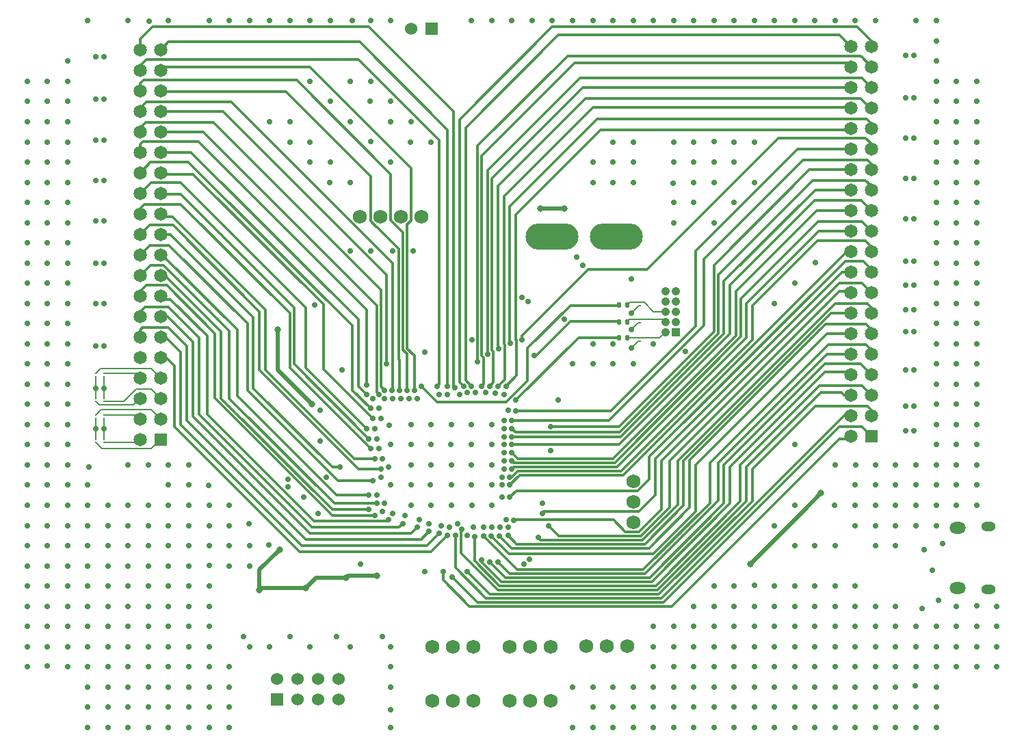
<source format=gbr>
%TF.GenerationSoftware,KiCad,Pcbnew,8.0.8*%
%TF.CreationDate,2025-03-20T13:14:25-05:00*%
%TF.ProjectId,ControllerPCB,436f6e74-726f-46c6-9c65-725043422e6b,rev?*%
%TF.SameCoordinates,Original*%
%TF.FileFunction,Copper,L4,Bot*%
%TF.FilePolarity,Positive*%
%FSLAX46Y46*%
G04 Gerber Fmt 4.6, Leading zero omitted, Abs format (unit mm)*
G04 Created by KiCad (PCBNEW 8.0.8) date 2025-03-20 13:14:25*
%MOMM*%
%LPD*%
G01*
G04 APERTURE LIST*
G04 Aperture macros list*
%AMRoundRect*
0 Rectangle with rounded corners*
0 $1 Rounding radius*
0 $2 $3 $4 $5 $6 $7 $8 $9 X,Y pos of 4 corners*
0 Add a 4 corners polygon primitive as box body*
4,1,4,$2,$3,$4,$5,$6,$7,$8,$9,$2,$3,0*
0 Add four circle primitives for the rounded corners*
1,1,$1+$1,$2,$3*
1,1,$1+$1,$4,$5*
1,1,$1+$1,$6,$7*
1,1,$1+$1,$8,$9*
0 Add four rect primitives between the rounded corners*
20,1,$1+$1,$2,$3,$4,$5,0*
20,1,$1+$1,$4,$5,$6,$7,0*
20,1,$1+$1,$6,$7,$8,$9,0*
20,1,$1+$1,$8,$9,$2,$3,0*%
G04 Aperture macros list end*
%TA.AperFunction,ComponentPad*%
%ADD10R,1.060000X1.060000*%
%TD*%
%TA.AperFunction,ComponentPad*%
%ADD11C,1.060000*%
%TD*%
%TA.AperFunction,SMDPad,CuDef*%
%ADD12R,0.280000X0.200000*%
%TD*%
%TA.AperFunction,ComponentPad*%
%ADD13O,6.540000X3.270000*%
%TD*%
%TA.AperFunction,SMDPad,CuDef*%
%ADD14RoundRect,0.135000X-0.135000X-0.185000X0.135000X-0.185000X0.135000X0.185000X-0.135000X0.185000X0*%
%TD*%
%TA.AperFunction,ComponentPad*%
%ADD15R,1.530000X1.530000*%
%TD*%
%TA.AperFunction,ComponentPad*%
%ADD16C,1.530000*%
%TD*%
%TA.AperFunction,ComponentPad*%
%ADD17R,1.650000X1.650000*%
%TD*%
%TA.AperFunction,ComponentPad*%
%ADD18C,1.650000*%
%TD*%
%TA.AperFunction,ComponentPad*%
%ADD19C,1.752600*%
%TD*%
%TA.AperFunction,HeatsinkPad*%
%ADD20O,1.800000X1.150000*%
%TD*%
%TA.AperFunction,HeatsinkPad*%
%ADD21O,2.000000X1.450000*%
%TD*%
%TA.AperFunction,ViaPad*%
%ADD22C,0.700000*%
%TD*%
%TA.AperFunction,ViaPad*%
%ADD23C,0.800000*%
%TD*%
%TA.AperFunction,Conductor*%
%ADD24C,0.300000*%
%TD*%
%TA.AperFunction,Conductor*%
%ADD25C,0.500000*%
%TD*%
%TA.AperFunction,Conductor*%
%ADD26C,0.200000*%
%TD*%
G04 APERTURE END LIST*
D10*
%TO.P,J108,01,01*%
%TO.N,+3.3V*%
X165250000Y-98540000D03*
D11*
%TO.P,J108,02,02*%
%TO.N,/CONN_SWDIO*%
X163980000Y-98540000D03*
%TO.P,J108,03,03*%
%TO.N,GND*%
X165250000Y-97270000D03*
%TO.P,J108,04,04*%
%TO.N,/CONN_SWCLK*%
X163980000Y-97270000D03*
%TO.P,J108,05,05*%
%TO.N,GND*%
X165250000Y-96000000D03*
%TO.P,J108,06,06*%
%TO.N,/CONN_SWO*%
X163980000Y-96000000D03*
%TO.P,J108,07,07*%
%TO.N,unconnected-(J108-Pad07)*%
X165250000Y-94730000D03*
%TO.P,J108,08,08*%
%TO.N,unconnected-(J108-Pad08)*%
X163980000Y-94730000D03*
%TO.P,J108,09,09*%
%TO.N,GND*%
X165250000Y-93460000D03*
%TO.P,J108,10,10*%
%TO.N,/CONN_NRST*%
X163980000Y-93460000D03*
%TD*%
D12*
%TO.P,D516,1,A1*%
%TO.N,GND*%
X94500000Y-106750000D03*
%TO.P,D516,2,A2*%
%TO.N,input_5*%
X94500000Y-107150000D03*
%TD*%
D13*
%TO.P,J202,2,2*%
%TO.N,GND*%
X157900000Y-86755000D03*
%TO.P,J202,1,1*%
%TO.N,/Power/9V+*%
X150000000Y-86755000D03*
%TD*%
D12*
%TO.P,D519,1,A1*%
%TO.N,GND*%
X94500000Y-111850000D03*
%TO.P,D519,2,A2*%
%TO.N,input_2*%
X94500000Y-112250000D03*
%TD*%
%TO.P,D514,1,A1*%
%TO.N,GND*%
X93500000Y-104100000D03*
%TO.P,D514,2,A2*%
%TO.N,input_7*%
X93500000Y-103700000D03*
%TD*%
D14*
%TO.P,R105,1*%
%TO.N,SWDCLK*%
X158215001Y-97268300D03*
%TO.P,R105,2*%
%TO.N,/CONN_SWCLK*%
X159235001Y-97268300D03*
%TD*%
D15*
%TO.P,J201,1,Pin_1*%
%TO.N,/Power/9V+*%
X135020000Y-61000000D03*
D16*
%TO.P,J201,2,Pin_2*%
%TO.N,GND*%
X132480000Y-61000000D03*
%TD*%
D17*
%TO.P,J501,1,Pin_1*%
%TO.N,input_41*%
X189500000Y-111440000D03*
D18*
%TO.P,J501,2,Pin_2*%
%TO.N,input_42*%
X186960000Y-111440000D03*
%TO.P,J501,3,Pin_3*%
%TO.N,input_43*%
X189500000Y-108900000D03*
%TO.P,J501,4,Pin_4*%
%TO.N,input_44*%
X186960000Y-108900000D03*
%TO.P,J501,5,Pin_5*%
%TO.N,input_45*%
X189500000Y-106360000D03*
%TO.P,J501,6,Pin_6*%
%TO.N,input_46*%
X186960000Y-106360000D03*
%TO.P,J501,7,Pin_7*%
%TO.N,input_47*%
X189500000Y-103820000D03*
%TO.P,J501,8,Pin_8*%
%TO.N,input_48*%
X186960000Y-103820000D03*
%TO.P,J501,9,Pin_9*%
%TO.N,input_49*%
X189500000Y-101280000D03*
%TO.P,J501,10,Pin_10*%
%TO.N,input_50*%
X186960000Y-101280000D03*
%TO.P,J501,11,Pin_11*%
%TO.N,input_51*%
X189500000Y-98740000D03*
%TO.P,J501,12,Pin_12*%
%TO.N,input_52*%
X186960000Y-98740000D03*
%TO.P,J501,13,Pin_13*%
%TO.N,input_53*%
X189500000Y-96200000D03*
%TO.P,J501,14,Pin_14*%
%TO.N,input_54*%
X186960000Y-96200000D03*
%TO.P,J501,15,Pin_15*%
%TO.N,input_55*%
X189500000Y-93660000D03*
%TO.P,J501,16,Pin_16*%
%TO.N,input_56*%
X186960000Y-93660000D03*
%TO.P,J501,17,Pin_17*%
%TO.N,input_57*%
X189500000Y-91120000D03*
%TO.P,J501,18,Pin_18*%
%TO.N,input_58*%
X186960000Y-91120000D03*
%TO.P,J501,19,Pin_19*%
%TO.N,input_59*%
X189500000Y-88580000D03*
%TO.P,J501,20,Pin_20*%
%TO.N,input_60*%
X186960000Y-88580000D03*
%TO.P,J501,21,Pin_21*%
%TO.N,input_61*%
X189500000Y-86040000D03*
%TO.P,J501,22,Pin_22*%
%TO.N,input_62*%
X186960000Y-86040000D03*
%TO.P,J501,23,Pin_23*%
%TO.N,input_63*%
X189500000Y-83500000D03*
%TO.P,J501,24,Pin_24*%
%TO.N,input_64*%
X186960000Y-83500000D03*
%TO.P,J501,25,Pin_25*%
%TO.N,input_65*%
X189500000Y-80960000D03*
%TO.P,J501,26,Pin_26*%
%TO.N,input_66*%
X186960000Y-80960000D03*
%TO.P,J501,27,Pin_27*%
%TO.N,input_67*%
X189500000Y-78420000D03*
%TO.P,J501,28,Pin_28*%
%TO.N,input_68*%
X186960000Y-78420000D03*
%TO.P,J501,29,Pin_29*%
%TO.N,input_69*%
X189500000Y-75880000D03*
%TO.P,J501,30,Pin_30*%
%TO.N,input_70*%
X186960000Y-75880000D03*
%TO.P,J501,31,Pin_31*%
%TO.N,input_71*%
X189500000Y-73340000D03*
%TO.P,J501,32,Pin_32*%
%TO.N,input_72*%
X186960000Y-73340000D03*
%TO.P,J501,33,Pin_33*%
%TO.N,input_73*%
X189500000Y-70800000D03*
%TO.P,J501,34,Pin_34*%
%TO.N,input_74*%
X186960000Y-70800000D03*
%TO.P,J501,35,Pin_35*%
%TO.N,input_75*%
X189500000Y-68260000D03*
%TO.P,J501,36,Pin_36*%
%TO.N,input_76*%
X186960000Y-68260000D03*
%TO.P,J501,37,Pin_37*%
%TO.N,input_77*%
X189500000Y-65720000D03*
%TO.P,J501,38,Pin_38*%
%TO.N,input_78*%
X186960000Y-65720000D03*
%TO.P,J501,39,Pin_39*%
%TO.N,input_79*%
X189500000Y-63180000D03*
%TO.P,J501,40,Pin_40*%
%TO.N,input_80*%
X186960000Y-63180000D03*
%TD*%
D14*
%TO.P,R106,1*%
%TO.N,SWO*%
X158215001Y-95230000D03*
%TO.P,R106,2*%
%TO.N,/CONN_SWO*%
X159235001Y-95230000D03*
%TD*%
D12*
%TO.P,D515,1,A1*%
%TO.N,GND*%
X93500000Y-106750000D03*
%TO.P,D515,2,A2*%
%TO.N,input_6*%
X93500000Y-107150000D03*
%TD*%
D19*
%TO.P,J102,1,Pin_1*%
%TO.N,/Conn_String_1*%
X133790000Y-84250000D03*
%TO.P,J102,2,Pin_2*%
%TO.N,/Conn_String_2*%
X131250000Y-84250000D03*
%TO.P,J102,3,Pin_3*%
%TO.N,/Conn_String_3*%
X128710000Y-84250000D03*
%TO.P,J102,4,Pin_4*%
%TO.N,/Conn_String_4*%
X126170000Y-84250000D03*
%TD*%
D14*
%TO.P,R104,1*%
%TO.N,SWDIO*%
X158215001Y-99268300D03*
%TO.P,R104,2*%
%TO.N,/CONN_SWDIO*%
X159235001Y-99268300D03*
%TD*%
D12*
%TO.P,D107,1,A1*%
%TO.N,GND*%
X160875001Y-97400000D03*
%TO.P,D107,2,A2*%
%TO.N,/CONN_SWCLK*%
X160875001Y-97000000D03*
%TD*%
D20*
%TO.P,J107,6,Shield*%
%TO.N,unconnected-(J107-Shield-Pad6)_3*%
X204000000Y-122630000D03*
D21*
%TO.N,unconnected-(J107-Shield-Pad6)_1*%
X200200000Y-122780000D03*
%TO.N,unconnected-(J107-Shield-Pad6)_2*%
X200200000Y-130230000D03*
D20*
%TO.N,unconnected-(J107-Shield-Pad6)*%
X204000000Y-130380000D03*
%TD*%
D19*
%TO.P,J104,1,Pin_1*%
%TO.N,+3.3V*%
X149750000Y-137484399D03*
%TO.P,J104,2,Pin_2*%
%TO.N,ADC_MIDI_Ch*%
X147210000Y-137484399D03*
%TO.P,J104,3,Pin_3*%
%TO.N,GND*%
X144670000Y-137484399D03*
%TD*%
D12*
%TO.P,D517,1,A1*%
%TO.N,GND*%
X94500000Y-109250000D03*
%TO.P,D517,2,A2*%
%TO.N,input_4*%
X94500000Y-108850000D03*
%TD*%
%TO.P,D518,2,A2*%
%TO.N,input_3*%
X93500000Y-108850000D03*
%TO.P,D518,1,A1*%
%TO.N,GND*%
X93500000Y-109250000D03*
%TD*%
D15*
%TO.P,J101,1,Pin_1*%
%TO.N,ADC_String_1*%
X115910000Y-144024399D03*
D16*
%TO.P,J101,2,Pin_2*%
%TO.N,GND*%
X115910000Y-141484399D03*
%TO.P,J101,3,Pin_3*%
%TO.N,ADC_String_2*%
X118450000Y-144024399D03*
%TO.P,J101,4,Pin_4*%
%TO.N,GND*%
X118450000Y-141484399D03*
%TO.P,J101,5,Pin_5*%
%TO.N,ADC_String_3*%
X120990000Y-144024399D03*
%TO.P,J101,6,Pin_6*%
%TO.N,GND*%
X120990000Y-141484399D03*
%TO.P,J101,7,Pin_7*%
%TO.N,ADC_String_4*%
X123530000Y-144024399D03*
%TO.P,J101,8,Pin_8*%
%TO.N,GND*%
X123530000Y-141484399D03*
%TD*%
D19*
%TO.P,J103,1,Pin_1*%
%TO.N,+3.3V*%
X140256600Y-137484399D03*
%TO.P,J103,2,Pin_2*%
%TO.N,ADC_Octave*%
X137716600Y-137484399D03*
%TO.P,J103,3,Pin_3*%
%TO.N,GND*%
X135176600Y-137484399D03*
%TD*%
D12*
%TO.P,D104,1,A1*%
%TO.N,GND*%
X160875001Y-95280000D03*
%TO.P,D104,2,A2*%
%TO.N,/CONN_SWO*%
X160875001Y-94880000D03*
%TD*%
D19*
%TO.P,J105,1,Pin_1*%
%TO.N,+3.3V*%
X140256600Y-144234399D03*
%TO.P,J105,2,Pin_2*%
%TO.N,ADC_Mode*%
X137716600Y-144234399D03*
%TO.P,J105,3,Pin_3*%
%TO.N,GND*%
X135176600Y-144234399D03*
%TD*%
%TO.P,J301,1,Pin_1*%
%TO.N,/MIDI OUT/+3.3V_MIDI_OUT*%
X160000000Y-117000000D03*
%TO.P,J301,2,Pin_2*%
%TO.N,/MIDI OUT/TX_MIDI_OUT*%
X160000000Y-119540000D03*
%TO.P,J301,3,Pin_3*%
%TO.N,GND*%
X160000000Y-122080000D03*
%TD*%
%TO.P,J109,1,Pin_1*%
%TO.N,+3.3V*%
X149750000Y-144250000D03*
%TO.P,J109,2,Pin_2*%
%TO.N,ADC_Bend*%
X147210000Y-144250000D03*
%TO.P,J109,3,Pin_3*%
%TO.N,GND*%
X144670000Y-144250000D03*
%TD*%
D12*
%TO.P,D520,1,A1*%
%TO.N,GND*%
X93500000Y-111850000D03*
%TO.P,D520,2,A2*%
%TO.N,input_1*%
X93500000Y-112250000D03*
%TD*%
D17*
%TO.P,J502,1,Pin_1*%
%TO.N,input_1*%
X101500000Y-111850000D03*
D18*
%TO.P,J502,2,Pin_2*%
%TO.N,input_2*%
X98960000Y-111850000D03*
%TO.P,J502,3,Pin_3*%
%TO.N,input_3*%
X101500000Y-109310000D03*
%TO.P,J502,4,Pin_4*%
%TO.N,input_4*%
X98960000Y-109310000D03*
%TO.P,J502,5,Pin_5*%
%TO.N,input_5*%
X101500000Y-106770000D03*
%TO.P,J502,6,Pin_6*%
%TO.N,input_6*%
X98960000Y-106770000D03*
%TO.P,J502,7,Pin_7*%
%TO.N,input_7*%
X101500000Y-104230000D03*
%TO.P,J502,8,Pin_8*%
%TO.N,input_8*%
X98960000Y-104230000D03*
%TO.P,J502,9,Pin_9*%
%TO.N,input_9*%
X101500000Y-101690000D03*
%TO.P,J502,10,Pin_10*%
%TO.N,input_10*%
X98960000Y-101690000D03*
%TO.P,J502,11,Pin_11*%
%TO.N,input_11*%
X101500000Y-99150000D03*
%TO.P,J502,12,Pin_12*%
%TO.N,input_12*%
X98960000Y-99150000D03*
%TO.P,J502,13,Pin_13*%
%TO.N,input_13*%
X101500000Y-96610000D03*
%TO.P,J502,14,Pin_14*%
%TO.N,input_14*%
X98960000Y-96610000D03*
%TO.P,J502,15,Pin_15*%
%TO.N,input_15*%
X101500000Y-94070000D03*
%TO.P,J502,16,Pin_16*%
%TO.N,input_16*%
X98960000Y-94070000D03*
%TO.P,J502,17,Pin_17*%
%TO.N,input_17*%
X101500000Y-91530000D03*
%TO.P,J502,18,Pin_18*%
%TO.N,input_18*%
X98960000Y-91530000D03*
%TO.P,J502,19,Pin_19*%
%TO.N,input_19*%
X101500000Y-88990000D03*
%TO.P,J502,20,Pin_20*%
%TO.N,input_20*%
X98960000Y-88990000D03*
%TO.P,J502,21,Pin_21*%
%TO.N,input_21*%
X101500000Y-86450000D03*
%TO.P,J502,22,Pin_22*%
%TO.N,input_22*%
X98960000Y-86450000D03*
%TO.P,J502,23,Pin_23*%
%TO.N,input_23*%
X101500000Y-83910000D03*
%TO.P,J502,24,Pin_24*%
%TO.N,input_24*%
X98960000Y-83910000D03*
%TO.P,J502,25,Pin_25*%
%TO.N,input_25*%
X101500000Y-81370000D03*
%TO.P,J502,26,Pin_26*%
%TO.N,input_26*%
X98960000Y-81370000D03*
%TO.P,J502,27,Pin_27*%
%TO.N,input_27*%
X101500000Y-78830000D03*
%TO.P,J502,28,Pin_28*%
%TO.N,input_28*%
X98960000Y-78830000D03*
%TO.P,J502,29,Pin_29*%
%TO.N,input_29*%
X101500000Y-76290000D03*
%TO.P,J502,30,Pin_30*%
%TO.N,input_30*%
X98960000Y-76290000D03*
%TO.P,J502,31,Pin_31*%
%TO.N,input_31*%
X101500000Y-73750000D03*
%TO.P,J502,32,Pin_32*%
%TO.N,input_32*%
X98960000Y-73750000D03*
%TO.P,J502,33,Pin_33*%
%TO.N,input_33*%
X101500000Y-71210000D03*
%TO.P,J502,34,Pin_34*%
%TO.N,input_34*%
X98960000Y-71210000D03*
%TO.P,J502,35,Pin_35*%
%TO.N,input_35*%
X101500000Y-68670000D03*
%TO.P,J502,36,Pin_36*%
%TO.N,input_36*%
X98960000Y-68670000D03*
%TO.P,J502,37,Pin_37*%
%TO.N,input_37*%
X101500000Y-66130000D03*
%TO.P,J502,38,Pin_38*%
%TO.N,input_38*%
X98960000Y-66130000D03*
%TO.P,J502,39,Pin_39*%
%TO.N,input_39*%
X101500000Y-63590000D03*
%TO.P,J502,40,Pin_40*%
%TO.N,input_40*%
X98960000Y-63590000D03*
%TD*%
D12*
%TO.P,D513,1,A1*%
%TO.N,GND*%
X94500000Y-104100000D03*
%TO.P,D513,2,A2*%
%TO.N,input_8*%
X94500000Y-103700000D03*
%TD*%
D19*
%TO.P,J106,1,Pin_1*%
%TO.N,+3.3V*%
X159256600Y-137468798D03*
%TO.P,J106,2,Pin_2*%
%TO.N,ADC_Slider*%
X156716600Y-137468798D03*
%TO.P,J106,3,Pin_3*%
%TO.N,GND*%
X154176600Y-137468798D03*
%TD*%
D12*
%TO.P,D111,1,A1*%
%TO.N,GND*%
X160875001Y-99650000D03*
%TO.P,D111,2,A2*%
%TO.N,/CONN_SWDIO*%
X160875001Y-99250000D03*
%TD*%
D22*
%TO.N,GND*%
X126250000Y-127250000D03*
X148750000Y-119750000D03*
X149750000Y-113250000D03*
X150750000Y-107000000D03*
X119250000Y-119000000D03*
X123250000Y-136250000D03*
X117500000Y-136250000D03*
X111750000Y-136250000D03*
X129000000Y-136250000D03*
X140025000Y-99500000D03*
X134250000Y-128250000D03*
X134750000Y-122250000D03*
X121000000Y-121000000D03*
X142500000Y-120000000D03*
X140070378Y-119987586D03*
X137500000Y-120000000D03*
X135000000Y-120000000D03*
X132500000Y-120000000D03*
X130000000Y-117500000D03*
X132500000Y-117500000D03*
X134909264Y-117477408D03*
X137500000Y-117500000D03*
X140000000Y-117500000D03*
X142500000Y-117500000D03*
X142500000Y-115000000D03*
X140000000Y-115000000D03*
X137500000Y-115000000D03*
X135000000Y-115000000D03*
X132500000Y-115000000D03*
X130000000Y-112500000D03*
X132500000Y-112500000D03*
X135000000Y-112500000D03*
X137466362Y-112480511D03*
X140000000Y-112500000D03*
X142500000Y-112500000D03*
X142500000Y-110000000D03*
X140000000Y-110000000D03*
X137494975Y-109994975D03*
X135003103Y-109993793D03*
X132516384Y-110017252D03*
X129818529Y-110087631D03*
X102500000Y-60000000D03*
X100089121Y-60028921D03*
X97482498Y-60008068D03*
X97500000Y-115000000D03*
X100000000Y-115000000D03*
X102500000Y-115000000D03*
X105000000Y-115000000D03*
X107476540Y-117510178D03*
X105013281Y-117486718D03*
X102500000Y-117500000D03*
X92673527Y-115234596D03*
X92500000Y-117500000D03*
X192500000Y-115000000D03*
X190000000Y-115000000D03*
X187570378Y-114989821D03*
X185000000Y-115000000D03*
X180000000Y-112500000D03*
X177500000Y-122500000D03*
X180000000Y-120000000D03*
X162500000Y-100000000D03*
X157479643Y-100036741D03*
X155000000Y-100000000D03*
X152500000Y-102500000D03*
X155000000Y-102500000D03*
X157500000Y-102500000D03*
X160000000Y-102500000D03*
X182514149Y-89916339D03*
X180000000Y-92500000D03*
X177500000Y-95000000D03*
X170000000Y-85000000D03*
X172500000Y-82500000D03*
X175000000Y-80000000D03*
X165000000Y-85000000D03*
X165000000Y-82500000D03*
X167500000Y-82500000D03*
X170007074Y-79996896D03*
X167500000Y-80000000D03*
X164916339Y-80090735D03*
X160000000Y-80000000D03*
X157500000Y-80000000D03*
X155000000Y-80000000D03*
X155000000Y-77500000D03*
X157500000Y-77500000D03*
X160000000Y-77500000D03*
X165000000Y-77500000D03*
X167500000Y-77500000D03*
X170000000Y-77500000D03*
X172500000Y-77500000D03*
X175000000Y-75000000D03*
X172500000Y-75000000D03*
X170030534Y-74976540D03*
X167500000Y-75000000D03*
X165000000Y-75000000D03*
X160000000Y-75000000D03*
X157500000Y-75000000D03*
X135003103Y-75033637D03*
X132500000Y-72500000D03*
X130000000Y-70000000D03*
X127500000Y-67500000D03*
X125000000Y-67500000D03*
X127437379Y-69966362D03*
X130000000Y-72500000D03*
X132469465Y-75068827D03*
X130000000Y-77500000D03*
X127507758Y-74998448D03*
X120000000Y-67500000D03*
X122546051Y-69966362D03*
X125000000Y-72500000D03*
X125000000Y-80000000D03*
X122475672Y-80030534D03*
X122500000Y-77500000D03*
X120000000Y-77500000D03*
X120000000Y-75000000D03*
X117500000Y-75000000D03*
X117500000Y-72500000D03*
X115000000Y-72500000D03*
X190000000Y-60000000D03*
X187501735Y-59984360D03*
X185000000Y-60000000D03*
X182500000Y-60000000D03*
X180000000Y-60000000D03*
X177500000Y-60000000D03*
X175000000Y-60000000D03*
X172500000Y-60000000D03*
X170000000Y-60000000D03*
X167500000Y-60000000D03*
X165058710Y-59999999D03*
X162500000Y-60000000D03*
X160000000Y-60000000D03*
X157500000Y-60000000D03*
X155000000Y-60000000D03*
X152500000Y-60000000D03*
X150000000Y-60000000D03*
X147500000Y-60000000D03*
X145000000Y-60000000D03*
X142500000Y-60000000D03*
X140000000Y-60000000D03*
X130000000Y-60000000D03*
X127500000Y-60000000D03*
X125197171Y-59966362D03*
X122500000Y-60000000D03*
X120000000Y-60000000D03*
X117500000Y-60000000D03*
X115000000Y-60000000D03*
X112500000Y-60000000D03*
X110000000Y-60000000D03*
X107500000Y-60000000D03*
X92500000Y-60000000D03*
X89982002Y-64984360D03*
X197500000Y-147500000D03*
X197500000Y-145000000D03*
X197500000Y-142500000D03*
X197500000Y-62500000D03*
X197500000Y-60000000D03*
X195000000Y-60000000D03*
X197500000Y-65000000D03*
X197557097Y-122513281D03*
X195000000Y-122500000D03*
X192500000Y-122500000D03*
X190000000Y-122500000D03*
X187500000Y-122500000D03*
X195000000Y-115000000D03*
X195000000Y-117500000D03*
X187500000Y-117500000D03*
X190000000Y-117500000D03*
X192500000Y-117500000D03*
X202500000Y-120000000D03*
X200000000Y-120000000D03*
X197500000Y-120000000D03*
X195000000Y-120000000D03*
X192500000Y-120000000D03*
X190000000Y-120000000D03*
X187500000Y-120000000D03*
X184935827Y-119979643D03*
X180000000Y-125000000D03*
X182500000Y-125000000D03*
X185000000Y-125000000D03*
X190000000Y-125000000D03*
X192500000Y-125000000D03*
X195000000Y-147500000D03*
X195000000Y-145000000D03*
X194894370Y-142343602D03*
X202500000Y-140000000D03*
X205000000Y-140000000D03*
X205000000Y-137500000D03*
X202500000Y-137500000D03*
X202500000Y-135000000D03*
X205000000Y-135000000D03*
X205000000Y-132500000D03*
X202553993Y-132484360D03*
X200000000Y-132500000D03*
X192500000Y-132500000D03*
X190000000Y-132500000D03*
X187500000Y-132500000D03*
X187500000Y-130000000D03*
X185000000Y-130000000D03*
X185000000Y-132500000D03*
X182500000Y-132500000D03*
X182500000Y-130000000D03*
X180000000Y-130000000D03*
X180000000Y-132500000D03*
X177500000Y-132500000D03*
X177500000Y-130000000D03*
X174987586Y-129938931D03*
X175000000Y-132500000D03*
X172500000Y-132500000D03*
X172500000Y-130000000D03*
X170000000Y-130000000D03*
X170000000Y-132500000D03*
X167500000Y-132500000D03*
X162500000Y-135000000D03*
X162500000Y-137500000D03*
X162500000Y-140000000D03*
X152500000Y-147500000D03*
X152500000Y-142500000D03*
X87491189Y-139862345D03*
X85000000Y-140000000D03*
X85000000Y-137500000D03*
X87500000Y-137500000D03*
X90000000Y-137500000D03*
X90000000Y-140000000D03*
X115000000Y-137500000D03*
X112500000Y-137500000D03*
X120000000Y-137500000D03*
X125000000Y-137500000D03*
X114895983Y-124895983D03*
X130000000Y-137500000D03*
X130000000Y-140000000D03*
X130000000Y-142500000D03*
X129971017Y-145350868D03*
X130000000Y-147500000D03*
X110000000Y-140000000D03*
X110000000Y-142500000D03*
X110000000Y-145000000D03*
X110000000Y-147500000D03*
X107500000Y-147500000D03*
X107500000Y-145000000D03*
X107500000Y-142500000D03*
X107500000Y-140000000D03*
X107500000Y-137500000D03*
X107500000Y-135000000D03*
X107500000Y-132500000D03*
X107500000Y-130000000D03*
X107537766Y-127457052D03*
X110000000Y-127500000D03*
X112500000Y-127500000D03*
X112446689Y-122284208D03*
X112500000Y-125000000D03*
X110000000Y-125000000D03*
X107500000Y-125000000D03*
X107500000Y-122500000D03*
X110000000Y-122500000D03*
X110018620Y-119961707D03*
X107500000Y-120000000D03*
X200000000Y-107500000D03*
X200000000Y-115000000D03*
X200000000Y-110000000D03*
X197500000Y-110000000D03*
X202500000Y-110000000D03*
X202500000Y-115000000D03*
X202500000Y-112500000D03*
X200000000Y-112500000D03*
X197500000Y-115000000D03*
X197500000Y-117500000D03*
X202500000Y-67500000D03*
X200000000Y-117500000D03*
X197500000Y-72500000D03*
X202500000Y-70000000D03*
X197500000Y-97500000D03*
X200000000Y-70000000D03*
X197500000Y-70000000D03*
X200000000Y-85000000D03*
X202500000Y-82500000D03*
X197500000Y-85000000D03*
X202500000Y-75000000D03*
X200000000Y-75000000D03*
X200000000Y-82500000D03*
X197500000Y-77500000D03*
X202500000Y-85000000D03*
X200000000Y-77500000D03*
X202500000Y-72500000D03*
X197500000Y-75000000D03*
X200000000Y-72500000D03*
X202500000Y-117500000D03*
X197500000Y-95000000D03*
X200000000Y-87500000D03*
X197500000Y-80000000D03*
X200000000Y-92500000D03*
X197500000Y-87500000D03*
X202500000Y-77500000D03*
X200000000Y-80000000D03*
X202500000Y-80000000D03*
X197500000Y-82500000D03*
X202500000Y-97500000D03*
X197500000Y-102500000D03*
X200000000Y-100000000D03*
X202500000Y-105000000D03*
X200000000Y-105000000D03*
X202500000Y-102500000D03*
X197500000Y-105000000D03*
X200000000Y-97500000D03*
X197500000Y-100000000D03*
X200000000Y-102500000D03*
X202500000Y-100000000D03*
X200000000Y-90000000D03*
X202500000Y-87500000D03*
X202500000Y-95000000D03*
X197500000Y-90000000D03*
X197500000Y-92500000D03*
X202500000Y-92500000D03*
X200000000Y-95000000D03*
X197500000Y-107500000D03*
X202500000Y-90000000D03*
X197500000Y-112500000D03*
X202500000Y-107500000D03*
X200000000Y-67500000D03*
X197500000Y-67500000D03*
X192500000Y-135000000D03*
X197500000Y-140000000D03*
X195000000Y-135000000D03*
X195000000Y-137500000D03*
X195000000Y-140000000D03*
X200000000Y-135000000D03*
X200000000Y-137500000D03*
X197500000Y-135000000D03*
X200000000Y-140000000D03*
X197500000Y-137500000D03*
X192500000Y-137500000D03*
X192500000Y-140000000D03*
X182500000Y-135000000D03*
X187500000Y-140000000D03*
X185000000Y-135000000D03*
X185000000Y-137500000D03*
X185000000Y-140000000D03*
X190000000Y-135000000D03*
X190000000Y-137500000D03*
X187500000Y-135000000D03*
X190000000Y-140000000D03*
X187500000Y-137500000D03*
X182500000Y-137500000D03*
X182500000Y-140000000D03*
X177500000Y-140000000D03*
X175000000Y-135000000D03*
X175000000Y-137500000D03*
X175000000Y-140000000D03*
X180000000Y-135000000D03*
X180000000Y-137500000D03*
X177500000Y-135000000D03*
X180000000Y-140000000D03*
X177500000Y-137500000D03*
X172500000Y-140000000D03*
X165000000Y-135000000D03*
X170000000Y-140000000D03*
X167500000Y-135000000D03*
X167500000Y-137500000D03*
X167500000Y-140000000D03*
X172500000Y-137500000D03*
X170000000Y-135000000D03*
X170000000Y-137500000D03*
X165000000Y-137500000D03*
X165000000Y-140000000D03*
X185000000Y-142500000D03*
X190000000Y-147500000D03*
X187500000Y-142500000D03*
X187500000Y-145000000D03*
X187500000Y-147500000D03*
X192500000Y-142500000D03*
X192500000Y-145000000D03*
X190000000Y-142500000D03*
X192500000Y-147500000D03*
X190000000Y-145000000D03*
X185000000Y-145000000D03*
X185000000Y-147500000D03*
X175000000Y-142500000D03*
X180000000Y-147500000D03*
X177500000Y-142500000D03*
X177500000Y-145000000D03*
X177500000Y-147500000D03*
X182500000Y-142500000D03*
X182500000Y-145000000D03*
X180000000Y-142500000D03*
X182500000Y-147500000D03*
X180000000Y-145000000D03*
X175000000Y-145000000D03*
X175000000Y-147500000D03*
X165000000Y-142500000D03*
X170000000Y-147500000D03*
X167500000Y-142500000D03*
X167500000Y-145000000D03*
X167500000Y-147500000D03*
X172500000Y-142500000D03*
X172500000Y-145000000D03*
X170000000Y-142500000D03*
X172500000Y-147500000D03*
X170000000Y-145000000D03*
X165000000Y-145000000D03*
X165000000Y-147500000D03*
X155000000Y-142500000D03*
X160000000Y-147500000D03*
X157500000Y-142500000D03*
X157500000Y-145000000D03*
X157500000Y-147500000D03*
X162500000Y-142500000D03*
X162500000Y-145000000D03*
X160000000Y-142500000D03*
X162500000Y-147500000D03*
X160000000Y-145000000D03*
X155000000Y-145000000D03*
X155000000Y-147500000D03*
X105000000Y-140000000D03*
X100000000Y-145000000D03*
X105000000Y-142500000D03*
X102500000Y-142500000D03*
X100000000Y-142500000D03*
X105000000Y-147500000D03*
X102500000Y-147500000D03*
X105000000Y-145000000D03*
X100000000Y-147500000D03*
X102500000Y-145000000D03*
X102500000Y-140000000D03*
X100000000Y-140000000D03*
X97500000Y-140000000D03*
X92500000Y-145000000D03*
X97500000Y-142500000D03*
X95000000Y-142500000D03*
X92500000Y-142500000D03*
X97500000Y-147500000D03*
X95000000Y-147500000D03*
X97500000Y-145000000D03*
X92500000Y-147500000D03*
X95000000Y-145000000D03*
X95000000Y-140000000D03*
X92500000Y-140000000D03*
X105000000Y-130000000D03*
X100000000Y-135000000D03*
X105000000Y-132500000D03*
X102500000Y-132500000D03*
X100000000Y-132500000D03*
X105000000Y-137500000D03*
X102500000Y-137500000D03*
X105000000Y-135000000D03*
X100000000Y-137500000D03*
X102500000Y-135000000D03*
X102500000Y-130000000D03*
X100000000Y-130000000D03*
X97500000Y-130000000D03*
X92500000Y-135000000D03*
X97500000Y-132500000D03*
X95000000Y-132500000D03*
X92500000Y-132500000D03*
X97500000Y-137500000D03*
X95000000Y-137500000D03*
X97500000Y-135000000D03*
X92500000Y-137500000D03*
X95000000Y-135000000D03*
X95000000Y-130000000D03*
X92500000Y-130000000D03*
X105000000Y-120000000D03*
X100000000Y-125000000D03*
X105000000Y-122500000D03*
X102500000Y-122500000D03*
X100000000Y-122500000D03*
X105000000Y-127500000D03*
X102500000Y-127500000D03*
X105000000Y-125000000D03*
X100000000Y-127500000D03*
X102500000Y-125000000D03*
X102500000Y-120000000D03*
X100000000Y-120000000D03*
X97500000Y-120000000D03*
X92500000Y-125000000D03*
X97500000Y-122500000D03*
X95000000Y-122500000D03*
X92500000Y-122500000D03*
X97500000Y-127500000D03*
X95000000Y-127500000D03*
X97500000Y-125000000D03*
X92500000Y-127500000D03*
X95000000Y-125000000D03*
X95000000Y-120000000D03*
X92500000Y-120000000D03*
X90000000Y-127500000D03*
X85000000Y-132500000D03*
X90000000Y-130000000D03*
X87500000Y-130000000D03*
X85000000Y-130000000D03*
X90000000Y-135000000D03*
X87500000Y-135000000D03*
X90000000Y-132500000D03*
X85000000Y-135000000D03*
X87500000Y-132500000D03*
X87500000Y-127500000D03*
X85000000Y-127500000D03*
X90000000Y-117500000D03*
X85000000Y-122500000D03*
X90000000Y-120000000D03*
X87500000Y-120000000D03*
X85000000Y-120000000D03*
X90000000Y-125000000D03*
X87500000Y-125000000D03*
X90000000Y-122500000D03*
X85000000Y-125000000D03*
X87500000Y-122500000D03*
X87500000Y-117500000D03*
X85000000Y-117500000D03*
X90000000Y-107500000D03*
X85000000Y-112500000D03*
X90000000Y-110000000D03*
X87500000Y-110000000D03*
X85000000Y-110000000D03*
X90000000Y-115000000D03*
X87500000Y-115000000D03*
X90000000Y-112500000D03*
X85000000Y-115000000D03*
X87500000Y-112500000D03*
X87500000Y-107500000D03*
X85000000Y-107500000D03*
X90000000Y-97500000D03*
X85000000Y-102500000D03*
X90000000Y-100000000D03*
X87500000Y-100000000D03*
X85000000Y-100000000D03*
X90000000Y-105000000D03*
X87500000Y-105000000D03*
X90000000Y-102500000D03*
X85000000Y-105000000D03*
X87500000Y-102500000D03*
X87500000Y-97500000D03*
X85000000Y-97500000D03*
X90000000Y-87500000D03*
X85000000Y-92500000D03*
X90000000Y-90000000D03*
X87500000Y-90000000D03*
X85000000Y-90000000D03*
X90000000Y-95000000D03*
X87500000Y-95000000D03*
X90000000Y-92500000D03*
X85000000Y-95000000D03*
X87500000Y-92500000D03*
X87500000Y-87500000D03*
X85000000Y-87500000D03*
X90000000Y-77500000D03*
X85000000Y-82500000D03*
X90000000Y-80000000D03*
X87500000Y-80000000D03*
X85000000Y-80000000D03*
X90000000Y-85000000D03*
X87500000Y-85000000D03*
X90000000Y-82500000D03*
X85000000Y-85000000D03*
X87500000Y-82500000D03*
X87500000Y-77500000D03*
X85000000Y-77500000D03*
X90000000Y-75000000D03*
X87500000Y-75000000D03*
X85000000Y-75000000D03*
X87500000Y-72500000D03*
X90000000Y-72500000D03*
X85000000Y-72500000D03*
X90000000Y-70000000D03*
X87500000Y-70000000D03*
X85000000Y-70000000D03*
X90000000Y-67500000D03*
X87500000Y-67500000D03*
X85000000Y-67500000D03*
X144500000Y-108250000D03*
X144000000Y-109500000D03*
X144000000Y-110500000D03*
X144000000Y-111500000D03*
X144000000Y-112500000D03*
X144000000Y-113500000D03*
X144000000Y-114500000D03*
X144000000Y-115500000D03*
X143750000Y-116500000D03*
X143750000Y-117500000D03*
X143750000Y-119000000D03*
X144250000Y-121750000D03*
X144500000Y-122750000D03*
X143500000Y-122750000D03*
X142500000Y-122750000D03*
X141500000Y-122750000D03*
X140250000Y-122750000D03*
X138250000Y-122250000D03*
X137250000Y-122750000D03*
X136250000Y-122500000D03*
X133500000Y-121750000D03*
X131750000Y-121250000D03*
X130250000Y-121000000D03*
X129000000Y-120750000D03*
X129250000Y-119750000D03*
X128250000Y-118750000D03*
X128750000Y-116500000D03*
X129750000Y-115250000D03*
X129000000Y-114250000D03*
X128500000Y-113000000D03*
X128250000Y-111750000D03*
X128000000Y-110500000D03*
X128750000Y-109250000D03*
X128500000Y-108000000D03*
X144000000Y-106250000D03*
X142965394Y-106103817D03*
X141750000Y-106000000D03*
X140500000Y-106000000D03*
X139500000Y-106000000D03*
X138500000Y-106250000D03*
X137000000Y-106250000D03*
X136000000Y-106250000D03*
X133250000Y-106750000D03*
X132250000Y-106750000D03*
X131250000Y-106750000D03*
X130250000Y-106750000D03*
X129250000Y-106750000D03*
X127750000Y-106750000D03*
D23*
%TO.N,+3.3V*%
X120250000Y-107500000D03*
X116000000Y-98250000D03*
X116250000Y-125500000D03*
X113750000Y-130500000D03*
X119500000Y-130250000D03*
X124500000Y-129000000D03*
X128250000Y-128750000D03*
X174500000Y-127250000D03*
X183250000Y-118500000D03*
X151500000Y-83250000D03*
X148500000Y-83250000D03*
D22*
%TO.N,GND*%
X94500000Y-64500000D03*
X93500000Y-64500000D03*
X94500000Y-69750000D03*
X93500000Y-69750000D03*
X94500000Y-74750000D03*
X93500000Y-74750000D03*
X94500000Y-79750000D03*
X93500000Y-79750000D03*
X94500000Y-84750000D03*
X93500000Y-84750000D03*
X94500000Y-90000000D03*
X93500000Y-90000000D03*
X94500000Y-95000000D03*
X93500000Y-95000000D03*
X94500000Y-100250000D03*
X93500000Y-100250000D03*
X94500000Y-105500000D03*
X93500000Y-105500000D03*
X94500000Y-110500000D03*
X93500000Y-110500000D03*
X194750000Y-64250000D03*
X193750000Y-64250000D03*
X194750000Y-69500000D03*
X193750000Y-69500000D03*
X194750000Y-74500000D03*
X193750000Y-74500000D03*
X194750000Y-79500000D03*
X193750000Y-79500000D03*
X194750000Y-84500000D03*
X193750000Y-84500000D03*
X194750000Y-110750000D03*
X193750000Y-110750000D03*
X194750000Y-107750000D03*
X193750000Y-107750000D03*
X194750000Y-103250000D03*
X193750000Y-103250000D03*
X194750000Y-98500000D03*
X193750000Y-98500000D03*
X194750000Y-95750000D03*
X194750000Y-89750000D03*
X193750000Y-89750000D03*
X194750000Y-92750000D03*
X193750000Y-92750000D03*
X193750000Y-95750000D03*
X159750000Y-100500000D03*
X159750000Y-92000000D03*
X159750000Y-96250000D03*
X159750000Y-98250000D03*
X195800000Y-132755000D03*
X121250000Y-108250000D03*
X197805000Y-131755000D03*
X196050000Y-125505000D03*
X153000000Y-89250000D03*
X151500000Y-97000000D03*
X120550000Y-95212500D03*
X153750000Y-90250000D03*
X122000000Y-116500000D03*
X117250000Y-117750000D03*
X124000000Y-103250000D03*
X147180000Y-126680000D03*
X166500000Y-100980000D03*
X121250000Y-112000000D03*
X197050000Y-128005000D03*
X146500000Y-127250000D03*
X146250000Y-94250000D03*
X198300000Y-124755000D03*
X134250000Y-101000000D03*
X117250000Y-116750000D03*
X127500000Y-88500000D03*
X139450000Y-123750000D03*
X147000000Y-94750000D03*
X132750000Y-88500000D03*
X125000000Y-88500000D03*
X130250000Y-88500000D03*
%TO.N,input_26*%
X127000000Y-110500000D03*
%TO.N,input_16*%
X128000000Y-121250000D03*
%TO.N,input_35*%
X131074460Y-105743146D03*
%TO.N,input_39*%
X137000000Y-105250000D03*
%TO.N,input_17*%
X127250000Y-120500000D03*
%TO.N,input_36*%
X131973777Y-105778262D03*
%TO.N,input_12*%
X134750000Y-123250000D03*
%TO.N,input_19*%
X127250000Y-118750000D03*
%TO.N,input_9*%
X137000000Y-123750000D03*
%TO.N,input_21*%
X123750000Y-115250000D03*
%TO.N,input_24*%
X127500000Y-113000000D03*
%TO.N,input_32*%
X129250000Y-105750000D03*
%TO.N,input_28*%
X127500000Y-108000000D03*
%TO.N,input_15*%
X129750000Y-121750000D03*
%TO.N,input_18*%
X128250000Y-119750000D03*
%TO.N,input_31*%
X128500000Y-106250000D03*
%TO.N,input_34*%
X130174489Y-105750628D03*
%TO.N,input_29*%
X127000000Y-106250000D03*
%TO.N,input_27*%
X127750000Y-109250000D03*
%TO.N,input_40*%
X137950000Y-105450000D03*
%TO.N,input_25*%
X127250000Y-111750000D03*
%TO.N,input_20*%
X127750000Y-116971880D03*
%TO.N,input_13*%
X133250000Y-122750000D03*
%TO.N,input_14*%
X131500000Y-122250000D03*
%TO.N,input_38*%
X135750000Y-105250000D03*
%TO.N,input_37*%
X132970467Y-105785002D03*
%TO.N,input_23*%
X128000000Y-114250000D03*
%TO.N,input_30*%
X127036705Y-105125640D03*
%TO.N,input_33*%
X129500000Y-102500000D03*
%TO.N,input_22*%
X128750000Y-115500000D03*
%TO.N,input_11*%
X136000000Y-123500000D03*
%TO.N,SWDIO*%
X145500000Y-107000000D03*
%TO.N,SWDCLK*%
X147750000Y-101500000D03*
%TO.N,SWO*%
X133750000Y-105250000D03*
%TO.N,input_61*%
X145000000Y-114500000D03*
%TO.N,input_76*%
X142250000Y-105250000D03*
%TO.N,input_43*%
X139500000Y-128250000D03*
%TO.N,input_67*%
X145000000Y-109500000D03*
%TO.N,input_78*%
X141250000Y-105250000D03*
%TO.N,input_74*%
X143250000Y-105250000D03*
%TO.N,input_62*%
X145000000Y-115500000D03*
%TO.N,input_80*%
X140000000Y-105250000D03*
%TO.N,input_53*%
X148250000Y-124000000D03*
%TO.N,input_69*%
X146250000Y-99500000D03*
%TO.N,input_68*%
X149750000Y-110250000D03*
%TO.N,input_70*%
X145500000Y-108328120D03*
%TO.N,input_52*%
X142450000Y-123800000D03*
%TO.N,input_41*%
X137625000Y-128875000D03*
%TO.N,input_77*%
X140750000Y-102250000D03*
%TO.N,input_46*%
X138750000Y-123000000D03*
%TO.N,input_63*%
X145000000Y-112500000D03*
%TO.N,input_49*%
X141450000Y-123800000D03*
%TO.N,input_60*%
X144750000Y-117500000D03*
%TO.N,input_73*%
X143375000Y-100625000D03*
%TO.N,input_56*%
X149500000Y-122500000D03*
%TO.N,input_45*%
X140375000Y-123875000D03*
%TO.N,input_48*%
X141250000Y-126750000D03*
%TO.N,input_47*%
X142250000Y-127000000D03*
%TO.N,input_44*%
X138000000Y-123750000D03*
%TO.N,input_58*%
X148750000Y-121000000D03*
%TO.N,input_54*%
X144500000Y-123750000D03*
%TO.N,input_79*%
X139000000Y-105250000D03*
%TO.N,input_42*%
X136500000Y-128250000D03*
%TO.N,input_59*%
X144750000Y-116500000D03*
%TO.N,input_65*%
X145000000Y-110500000D03*
%TO.N,input_57*%
X144750000Y-119000000D03*
%TO.N,input_72*%
X144250000Y-105250000D03*
%TO.N,input_75*%
X142000000Y-101250000D03*
%TO.N,input_50*%
X143250000Y-127000000D03*
%TO.N,input_51*%
X143450000Y-123800000D03*
%TO.N,input_71*%
X144804522Y-99945478D03*
%TO.N,input_55*%
X145250000Y-121850000D03*
%TO.N,input_66*%
X145000000Y-111500000D03*
%TO.N,input_64*%
X145000000Y-113500000D03*
%TO.N,GND*%
X172500000Y-135000000D03*
%TD*%
D24*
%TO.N,input_64*%
X182750000Y-83500000D02*
X186960000Y-83500000D01*
X172750000Y-93500000D02*
X182750000Y-83500000D01*
X157500000Y-114250000D02*
X172750000Y-99000000D01*
X145750000Y-114250000D02*
X157500000Y-114250000D01*
X172750000Y-99000000D02*
X172750000Y-93500000D01*
X145000000Y-113500000D02*
X145750000Y-114250000D01*
%TO.N,input_61*%
X188325000Y-84865000D02*
X189500000Y-86040000D01*
X182885000Y-84865000D02*
X188325000Y-84865000D01*
X173353553Y-94396447D02*
X182885000Y-84865000D01*
X157707106Y-114750000D02*
X173353553Y-99103553D01*
X145250000Y-114750000D02*
X157707106Y-114750000D01*
X173353553Y-99103553D02*
X173353553Y-94396447D01*
X145000000Y-114500000D02*
X145250000Y-114750000D01*
%TO.N,input_62*%
X174000000Y-95000000D02*
X182960000Y-86040000D01*
X182960000Y-86040000D02*
X186960000Y-86040000D01*
X174000000Y-99250000D02*
X174000000Y-95000000D01*
X158000000Y-115250000D02*
X174000000Y-99250000D01*
X145000000Y-115500000D02*
X145250000Y-115250000D01*
X145250000Y-115250000D02*
X158000000Y-115250000D01*
%TO.N,input_59*%
X189500000Y-88000000D02*
X189500000Y-88580000D01*
X182785000Y-87215000D02*
X188715000Y-87215000D01*
X174750000Y-95250000D02*
X182785000Y-87215000D01*
X158500000Y-115750000D02*
X174750000Y-99500000D01*
X145739950Y-115750000D02*
X158500000Y-115750000D01*
X174750000Y-99500000D02*
X174750000Y-95250000D01*
X188715000Y-87215000D02*
X189500000Y-88000000D01*
X144989950Y-116500000D02*
X145739950Y-115750000D01*
X144750000Y-116500000D02*
X144989950Y-116500000D01*
%TO.N,input_60*%
X186790000Y-88750000D02*
X186960000Y-88580000D01*
X186250000Y-88750000D02*
X186790000Y-88750000D01*
X158750000Y-116250000D02*
X186250000Y-88750000D01*
X146000000Y-116250000D02*
X158750000Y-116250000D01*
X144750000Y-117500000D02*
X146000000Y-116250000D01*
%TO.N,input_80*%
X185530000Y-61750000D02*
X186960000Y-63180000D01*
X150750000Y-61750000D02*
X185530000Y-61750000D01*
X139250000Y-73250000D02*
X150750000Y-61750000D01*
X139250000Y-104500000D02*
X139250000Y-73250000D01*
X140000000Y-105250000D02*
X139250000Y-104500000D01*
%TO.N,input_79*%
X187750000Y-60750000D02*
X189500000Y-62500000D01*
X150000000Y-60750000D02*
X187750000Y-60750000D01*
X138500000Y-72250000D02*
X150000000Y-60750000D01*
X139000000Y-105250000D02*
X138500000Y-104750000D01*
X138500000Y-104750000D02*
X138500000Y-72250000D01*
X189500000Y-62500000D02*
X189500000Y-63180000D01*
%TO.N,input_40*%
X127250000Y-60750000D02*
X100500000Y-60750000D01*
X100500000Y-60750000D02*
X98960000Y-62290000D01*
X137750000Y-105250000D02*
X137750000Y-71250000D01*
X137750000Y-71250000D02*
X127250000Y-60750000D01*
X98960000Y-62290000D02*
X98960000Y-63590000D01*
X137950000Y-105450000D02*
X137750000Y-105250000D01*
%TO.N,input_78*%
X152750000Y-65250000D02*
X186490000Y-65250000D01*
X141250000Y-76750000D02*
X152750000Y-65250000D01*
X141250000Y-101489950D02*
X141250000Y-76750000D01*
X141450000Y-101689950D02*
X141250000Y-101489950D01*
X141450000Y-105050000D02*
X141450000Y-101689950D01*
X141250000Y-105250000D02*
X141450000Y-105050000D01*
X186490000Y-65250000D02*
X186960000Y-65720000D01*
%TO.N,input_12*%
X98960000Y-98290000D02*
X98960000Y-99150000D01*
X102475000Y-97975000D02*
X99275000Y-97975000D01*
X99275000Y-97975000D02*
X98960000Y-98290000D01*
X104750000Y-109500000D02*
X104750000Y-100250000D01*
X119500000Y-124250000D02*
X104750000Y-109500000D01*
X134750000Y-123250000D02*
X133750000Y-124250000D01*
X133750000Y-124250000D02*
X119500000Y-124250000D01*
X104750000Y-100250000D02*
X102475000Y-97975000D01*
%TO.N,input_35*%
X101580000Y-68750000D02*
X101500000Y-68670000D01*
X128250000Y-85500000D02*
X128225749Y-85500000D01*
X131000000Y-88250000D02*
X128250000Y-85500000D01*
X127483700Y-79233700D02*
X117000000Y-68750000D01*
X131000000Y-101925540D02*
X131000000Y-88250000D01*
X127483700Y-84757951D02*
X127483700Y-79233700D01*
X131074460Y-102000000D02*
X131000000Y-101925540D01*
X128225749Y-85500000D02*
X127483700Y-84757951D01*
X117000000Y-68750000D02*
X101580000Y-68750000D01*
%TO.N,SWO*%
X152250000Y-95250000D02*
X158250000Y-95250000D01*
X144250000Y-107250000D02*
X146950000Y-104550000D01*
X135750000Y-107250000D02*
X144250000Y-107250000D01*
X146950000Y-100550000D02*
X152250000Y-95250000D01*
X133750000Y-105250000D02*
X135750000Y-107250000D01*
X146950000Y-104550000D02*
X146950000Y-100550000D01*
D25*
%TO.N,+3.3V*%
X116000000Y-103250000D02*
X120250000Y-107500000D01*
X116000000Y-98250000D02*
X116000000Y-103250000D01*
D24*
%TO.N,input_24*%
X98960000Y-83290000D02*
X98960000Y-83910000D01*
X99515000Y-82735000D02*
X98960000Y-83290000D01*
X117500000Y-96250000D02*
X103985000Y-82735000D01*
X103985000Y-82735000D02*
X99515000Y-82735000D01*
X117500000Y-103000000D02*
X117500000Y-96250000D01*
X127500000Y-113000000D02*
X117500000Y-103000000D01*
%TO.N,input_23*%
X103000000Y-84250000D02*
X101840000Y-84250000D01*
X114500000Y-95750000D02*
X103000000Y-84250000D01*
X101840000Y-84250000D02*
X101500000Y-83910000D01*
X114500000Y-103250000D02*
X114500000Y-95750000D01*
X128000000Y-114250000D02*
X125500000Y-114250000D01*
X125500000Y-114250000D02*
X114500000Y-103250000D01*
%TO.N,input_22*%
X100135000Y-85275000D02*
X98960000Y-86450000D01*
X103025000Y-85275000D02*
X100135000Y-85275000D01*
X113750000Y-103260050D02*
X113750000Y-96000000D01*
X113750000Y-96000000D02*
X103025000Y-85275000D01*
X128750000Y-115500000D02*
X125989950Y-115500000D01*
X125989950Y-115500000D02*
X113750000Y-103260050D01*
%TO.N,input_20*%
X102565000Y-87815000D02*
X100135000Y-87815000D01*
X112250000Y-97500000D02*
X102565000Y-87815000D01*
X100135000Y-87815000D02*
X98960000Y-88990000D01*
X112250000Y-105760050D02*
X112250000Y-97500000D01*
X123461830Y-116971880D02*
X112250000Y-105760050D01*
X127750000Y-116971880D02*
X123461830Y-116971880D01*
%TO.N,input_21*%
X102700000Y-86450000D02*
X101500000Y-86450000D01*
X113000000Y-96750000D02*
X102700000Y-86450000D01*
X113000000Y-105500000D02*
X113000000Y-96750000D01*
X122750000Y-115250000D02*
X113000000Y-105500000D01*
X123750000Y-115250000D02*
X122750000Y-115250000D01*
D25*
%TO.N,+3.3V*%
X113750000Y-128000000D02*
X116250000Y-125500000D01*
X113750000Y-130500000D02*
X113750000Y-128000000D01*
X114000000Y-130250000D02*
X113750000Y-130500000D01*
X119500000Y-130250000D02*
X114000000Y-130250000D01*
X120750000Y-129000000D02*
X119500000Y-130250000D01*
X124500000Y-129000000D02*
X120750000Y-129000000D01*
X124750000Y-128750000D02*
X124500000Y-129000000D01*
X128250000Y-128750000D02*
X124750000Y-128750000D01*
D24*
%TO.N,input_41*%
X188325000Y-110265000D02*
X189500000Y-111440000D01*
X163750000Y-132000000D02*
X185485000Y-110265000D01*
X140750000Y-132000000D02*
X163750000Y-132000000D01*
X137625000Y-128875000D02*
X140750000Y-132000000D01*
X185485000Y-110265000D02*
X188325000Y-110265000D01*
%TO.N,input_42*%
X185500000Y-111750000D02*
X186650000Y-111750000D01*
X186650000Y-111750000D02*
X186960000Y-111440000D01*
X139750000Y-132500000D02*
X164750000Y-132500000D01*
X164750000Y-132500000D02*
X185500000Y-111750000D01*
X136500000Y-129250000D02*
X139750000Y-132500000D01*
X136500000Y-128250000D02*
X136500000Y-129250000D01*
D25*
%TO.N,+3.3V*%
X181000000Y-120750000D02*
X174500000Y-127250000D01*
X183250000Y-118500000D02*
X181000000Y-120750000D01*
X148500000Y-83250000D02*
X151500000Y-83250000D01*
D24*
%TO.N,input_44*%
X186560000Y-108500000D02*
X186960000Y-108900000D01*
X141760050Y-131500000D02*
X163500000Y-131500000D01*
X138000000Y-127739950D02*
X141760050Y-131500000D01*
X138000000Y-123750000D02*
X138000000Y-127739950D01*
X163500000Y-131500000D02*
X186500000Y-108500000D01*
X186500000Y-108500000D02*
X186560000Y-108500000D01*
%TO.N,input_57*%
X188505000Y-89755000D02*
X189500000Y-90750000D01*
X186245000Y-89755000D02*
X188505000Y-89755000D01*
X162000000Y-114000000D02*
X186245000Y-89755000D01*
X145523700Y-118226300D02*
X160523700Y-118226300D01*
X144750000Y-119000000D02*
X145523700Y-118226300D01*
X160523700Y-118226300D02*
X162000000Y-116750000D01*
X162000000Y-116750000D02*
X162000000Y-114000000D01*
X189500000Y-90750000D02*
X189500000Y-91120000D01*
%TO.N,input_63*%
X182500000Y-82250000D02*
X188250000Y-82250000D01*
X172000000Y-98750000D02*
X172000000Y-92750000D01*
X158250000Y-112500000D02*
X172000000Y-98750000D01*
X145000000Y-112500000D02*
X158250000Y-112500000D01*
X172000000Y-92750000D02*
X182500000Y-82250000D01*
X188250000Y-82250000D02*
X189500000Y-83500000D01*
%TO.N,input_66*%
X182540000Y-80960000D02*
X186960000Y-80960000D01*
X171250000Y-92250000D02*
X182540000Y-80960000D01*
X171250000Y-98707106D02*
X171250000Y-92250000D01*
X158457106Y-111500000D02*
X171250000Y-98707106D01*
X145000000Y-111500000D02*
X158457106Y-111500000D01*
%TO.N,input_65*%
X188750001Y-79750000D02*
X189500000Y-80499999D01*
X170500000Y-91500000D02*
X182250000Y-79750000D01*
X170500000Y-98750000D02*
X170500000Y-91500000D01*
X158300000Y-110950000D02*
X170500000Y-98750000D01*
X182250000Y-79750000D02*
X188750001Y-79750000D01*
X145450000Y-110950000D02*
X158300000Y-110950000D01*
X145000000Y-110500000D02*
X145450000Y-110950000D01*
X189500000Y-80499999D02*
X189500000Y-80960000D01*
%TO.N,input_68*%
X170000000Y-90250000D02*
X181830000Y-78420000D01*
X170000000Y-98469950D02*
X170000000Y-90250000D01*
X149750000Y-110250000D02*
X158219950Y-110250000D01*
X158219950Y-110250000D02*
X170000000Y-98469950D01*
X181830000Y-78420000D02*
X186960000Y-78420000D01*
%TO.N,input_67*%
X189500000Y-77750000D02*
X189500000Y-78420000D01*
X188995000Y-77245000D02*
X189500000Y-77750000D01*
X168750000Y-97740050D02*
X168750000Y-89500000D01*
X156990050Y-109500000D02*
X168750000Y-97740050D01*
X168750000Y-89500000D02*
X181005000Y-77245000D01*
X145000000Y-109500000D02*
X156990050Y-109500000D01*
X181005000Y-77245000D02*
X188995000Y-77245000D01*
%TO.N,input_70*%
X180370000Y-75880000D02*
X186960000Y-75880000D01*
X167750000Y-88500000D02*
X180370000Y-75880000D01*
X167750000Y-97800000D02*
X167750000Y-88500000D01*
X145500000Y-108328120D02*
X157221880Y-108328120D01*
X157221880Y-108328120D02*
X167750000Y-97800000D01*
D26*
%TO.N,GND*%
X94500000Y-106750000D02*
X94500000Y-105500000D01*
X93500000Y-106750000D02*
X93500000Y-105500000D01*
%TO.N,input_7*%
X94095000Y-103105000D02*
X100375000Y-103105000D01*
X100375000Y-103105000D02*
X101500000Y-104230000D01*
X93500000Y-103700000D02*
X94095000Y-103105000D01*
%TO.N,input_8*%
X98430000Y-103700000D02*
X98960000Y-104230000D01*
X94500000Y-103700000D02*
X98430000Y-103700000D01*
%TO.N,GND*%
X94500000Y-104100000D02*
X94500000Y-105500000D01*
X93500000Y-104100000D02*
X93500000Y-105500000D01*
%TO.N,input_6*%
X98180000Y-107550000D02*
X98960000Y-106770000D01*
X93900000Y-107550000D02*
X98180000Y-107550000D01*
X93500000Y-107150000D02*
X93900000Y-107550000D01*
%TO.N,input_5*%
X100375000Y-105645000D02*
X101500000Y-106770000D01*
X96989009Y-107150000D02*
X98494009Y-105645000D01*
X94500000Y-107150000D02*
X96989009Y-107150000D01*
X98494009Y-105645000D02*
X100375000Y-105645000D01*
%TO.N,input_4*%
X94500000Y-108850000D02*
X98500000Y-108850000D01*
X98500000Y-108850000D02*
X98960000Y-109310000D01*
%TO.N,input_3*%
X100375000Y-108185000D02*
X101500000Y-109310000D01*
X94165000Y-108185000D02*
X100375000Y-108185000D01*
X93500000Y-108850000D02*
X94165000Y-108185000D01*
%TO.N,GND*%
X94500000Y-109250000D02*
X94500000Y-110500000D01*
X94500000Y-111850000D02*
X94500000Y-110500000D01*
X93500000Y-111850000D02*
X93500000Y-110500000D01*
%TO.N,input_1*%
X100375000Y-112975000D02*
X101500000Y-111850000D01*
X94225000Y-112975000D02*
X100375000Y-112975000D01*
X93500000Y-112250000D02*
X94225000Y-112975000D01*
%TO.N,input_2*%
X98560000Y-112250000D02*
X98960000Y-111850000D01*
X94500000Y-112250000D02*
X98560000Y-112250000D01*
%TO.N,/CONN_SWDIO*%
X159235001Y-99268300D02*
X159253301Y-99250000D01*
X159253301Y-99250000D02*
X161000000Y-99250000D01*
X160875001Y-99250000D02*
X161000000Y-99250000D01*
X161000000Y-99250000D02*
X163270000Y-99250000D01*
%TO.N,/CONN_SWCLK*%
X159503301Y-97000000D02*
X160875001Y-97000000D01*
X159235001Y-97268300D02*
X159503301Y-97000000D01*
%TO.N,/CONN_SWO*%
X159585001Y-94880000D02*
X160875001Y-94880000D01*
X159235001Y-95230000D02*
X159585001Y-94880000D01*
%TO.N,GND*%
X160720000Y-95280000D02*
X159750000Y-96250000D01*
X160875001Y-95280000D02*
X160720000Y-95280000D01*
X160600000Y-97400000D02*
X159750000Y-98250000D01*
X160875001Y-97400000D02*
X160600000Y-97400000D01*
X160875001Y-99650000D02*
X160600000Y-99650000D01*
X160600000Y-99650000D02*
X159750000Y-100500000D01*
%TO.N,/CONN_SWDIO*%
X163270000Y-99250000D02*
X163980000Y-98540000D01*
%TO.N,/CONN_SWCLK*%
X163710000Y-97000000D02*
X163980000Y-97270000D01*
X160875001Y-97000000D02*
X163710000Y-97000000D01*
%TO.N,/CONN_SWO*%
X162500000Y-96000000D02*
X163980000Y-96000000D01*
X161380000Y-94880000D02*
X162500000Y-96000000D01*
X160875001Y-94880000D02*
X161380000Y-94880000D01*
D24*
%TO.N,input_26*%
X101986701Y-80005000D02*
X100325000Y-80005000D01*
X101991701Y-80000000D02*
X101986701Y-80005000D01*
X103990000Y-80000000D02*
X101991701Y-80000000D01*
X127000000Y-110500000D02*
X119500000Y-103000000D01*
X119500000Y-95510000D02*
X103990000Y-80000000D01*
X119500000Y-103000000D02*
X119500000Y-95510000D01*
X100325000Y-80005000D02*
X98960000Y-81370000D01*
%TO.N,input_35*%
X131074460Y-105743146D02*
X131074460Y-102000000D01*
%TO.N,input_39*%
X137000000Y-73500000D02*
X126130000Y-62630000D01*
X102460000Y-62630000D02*
X101500000Y-63590000D01*
X137000000Y-105250000D02*
X137000000Y-73500000D01*
X126130000Y-62630000D02*
X102460000Y-62630000D01*
%TO.N,input_17*%
X109000000Y-106750000D02*
X109000000Y-98500000D01*
X102030000Y-91530000D02*
X101500000Y-91530000D01*
X122750000Y-120500000D02*
X109000000Y-106750000D01*
X127250000Y-120500000D02*
X122750000Y-120500000D01*
X109000000Y-98500000D02*
X102030000Y-91530000D01*
%TO.N,input_36*%
X99390000Y-67360000D02*
X118360000Y-67360000D01*
X131500000Y-100750000D02*
X131973777Y-101223777D01*
X98960000Y-68670000D02*
X98960000Y-67790000D01*
X130000000Y-84734251D02*
X131500000Y-86234251D01*
X131973777Y-101223777D02*
X131973777Y-105778262D01*
X98960000Y-67790000D02*
X99390000Y-67360000D01*
X131500000Y-86234251D02*
X131500000Y-100750000D01*
X130000000Y-79000000D02*
X130000000Y-84734251D01*
X118360000Y-67360000D02*
X130000000Y-79000000D01*
%TO.N,input_19*%
X101740000Y-88990000D02*
X101500000Y-88990000D01*
X123260050Y-118750000D02*
X111000000Y-106489950D01*
X111000000Y-98250000D02*
X101740000Y-88990000D01*
X127250000Y-118750000D02*
X123260050Y-118750000D01*
X111000000Y-106489950D02*
X111000000Y-98250000D01*
%TO.N,input_9*%
X137000000Y-123750000D02*
X135000000Y-125750000D01*
X135000000Y-125750000D02*
X118750000Y-125750000D01*
X103250000Y-102750000D02*
X102190000Y-101690000D01*
X103250000Y-110250000D02*
X103250000Y-102750000D01*
X102190000Y-101690000D02*
X101500000Y-101690000D01*
X118750000Y-125750000D02*
X103250000Y-110250000D01*
%TO.N,input_32*%
X128800000Y-93300000D02*
X108075000Y-72575000D01*
X128800000Y-105300000D02*
X128800000Y-93300000D01*
X129250000Y-105750000D02*
X128800000Y-105300000D01*
X108075000Y-72575000D02*
X99674999Y-72575000D01*
X98960000Y-73289999D02*
X98960000Y-73750000D01*
X99674999Y-72575000D02*
X98960000Y-73289999D01*
%TO.N,input_28*%
X127500000Y-108000000D02*
X125250000Y-105750000D01*
X125250000Y-105750000D02*
X125250000Y-97750000D01*
X100290000Y-77500000D02*
X98960000Y-78830000D01*
X104940000Y-77500000D02*
X100290000Y-77500000D01*
X125250000Y-97750000D02*
X106650000Y-79150000D01*
X106620000Y-79180000D02*
X104940000Y-77500000D01*
%TO.N,input_15*%
X107250000Y-108739950D02*
X107250000Y-99000000D01*
X102750000Y-94500000D02*
X101930000Y-94500000D01*
X107250000Y-99000000D02*
X102750000Y-94500000D01*
X129550000Y-121950000D02*
X120460050Y-121950000D01*
X101930000Y-94500000D02*
X101500000Y-94070000D01*
X120460050Y-121950000D02*
X107250000Y-108739950D01*
X129750000Y-121750000D02*
X129550000Y-121950000D01*
%TO.N,input_18*%
X128250000Y-119750000D02*
X123000000Y-119750000D01*
X110000000Y-106750000D02*
X110000000Y-98368299D01*
X110000000Y-98368299D02*
X101881701Y-90250000D01*
X101881701Y-90250000D02*
X100240000Y-90250000D01*
X100240000Y-90250000D02*
X98960000Y-91530000D01*
X123000000Y-119750000D02*
X110000000Y-106750000D01*
%TO.N,input_31*%
X128250000Y-106000000D02*
X128250000Y-95250000D01*
X128500000Y-106250000D02*
X128250000Y-106000000D01*
X128250000Y-95250000D02*
X106750000Y-73750000D01*
X106750000Y-73750000D02*
X101500000Y-73750000D01*
%TO.N,input_34*%
X130250000Y-90064251D02*
X110220749Y-70035000D01*
X98960000Y-70789999D02*
X98960000Y-71210000D01*
X130250000Y-105675117D02*
X130250000Y-90064251D01*
X130174489Y-105750628D02*
X130250000Y-105675117D01*
X99714999Y-70035000D02*
X98960000Y-70789999D01*
X110220749Y-70035000D02*
X99714999Y-70035000D01*
%TO.N,input_27*%
X101670000Y-79000000D02*
X101500000Y-78830000D01*
X121646447Y-95146447D02*
X105500000Y-79000000D01*
X105500000Y-79000000D02*
X101670000Y-79000000D01*
X121646447Y-103146447D02*
X121646447Y-95146447D01*
X127750000Y-109250000D02*
X121646447Y-103146447D01*
%TO.N,input_25*%
X104000000Y-81500000D02*
X101630000Y-81500000D01*
X127250000Y-111750000D02*
X118000000Y-102500000D01*
X101630000Y-81500000D02*
X101500000Y-81370000D01*
X118000000Y-95500000D02*
X104000000Y-81500000D01*
X118000000Y-102500000D02*
X118000000Y-95500000D01*
%TO.N,input_13*%
X105500000Y-109000000D02*
X105500000Y-99750000D01*
X132500000Y-123500000D02*
X120000000Y-123500000D01*
X133250000Y-122750000D02*
X132500000Y-123500000D01*
X105500000Y-99750000D02*
X102360000Y-96610000D01*
X102360000Y-96610000D02*
X101500000Y-96610000D01*
X120000000Y-123500000D02*
X105500000Y-109000000D01*
%TO.N,input_14*%
X99565000Y-95435000D02*
X98960000Y-96040000D01*
X131000000Y-122750000D02*
X120250000Y-122750000D01*
X102435000Y-95435000D02*
X99565000Y-95435000D01*
X98960000Y-96040000D02*
X98960000Y-96610000D01*
X106250000Y-99250000D02*
X102435000Y-95435000D01*
X106250000Y-108750000D02*
X106250000Y-99250000D01*
X131500000Y-122250000D02*
X131000000Y-122750000D01*
X120250000Y-122750000D02*
X106250000Y-108750000D01*
%TO.N,input_38*%
X98960000Y-65540000D02*
X98960000Y-66130000D01*
X135750000Y-105250000D02*
X136000000Y-105000000D01*
X136000000Y-74750000D02*
X126015000Y-64765000D01*
X126015000Y-64765000D02*
X99735000Y-64765000D01*
X136000000Y-105000000D02*
X136000000Y-74750000D01*
X99735000Y-64765000D02*
X98960000Y-65540000D01*
%TO.N,input_37*%
X132476300Y-78226300D02*
X120000000Y-65750000D01*
X132970467Y-105785002D02*
X132970467Y-101500000D01*
X101880000Y-65750000D02*
X101500000Y-66130000D01*
X132050000Y-100579533D02*
X132050000Y-85200000D01*
X120000000Y-65750000D02*
X101880000Y-65750000D01*
X132050000Y-85200000D02*
X132476300Y-84773700D01*
X132970467Y-101500000D02*
X132050000Y-100579533D01*
X132476300Y-84773700D02*
X132476300Y-78226300D01*
%TO.N,input_30*%
X127000000Y-105088935D02*
X127000000Y-100500000D01*
X127000000Y-95750000D02*
X106250000Y-75000000D01*
X106175000Y-74925000D02*
X99325000Y-74925000D01*
X127000000Y-100500000D02*
X127000000Y-95750000D01*
X99325000Y-74925000D02*
X98960000Y-75290000D01*
X127036705Y-105125640D02*
X127000000Y-105088935D01*
X98960000Y-75290000D02*
X98960000Y-76290000D01*
%TO.N,input_33*%
X126500000Y-88500000D02*
X109250000Y-71250000D01*
X129500000Y-102500000D02*
X129500000Y-91489950D01*
X101540000Y-71250000D02*
X101500000Y-71210000D01*
X126510050Y-88500000D02*
X126500000Y-88500000D01*
X129500000Y-91489950D02*
X126510050Y-88500000D01*
X109250000Y-71250000D02*
X101540000Y-71250000D01*
%TO.N,input_11*%
X119000000Y-125000000D02*
X104000000Y-110000000D01*
X104000000Y-110000000D02*
X104000000Y-101000000D01*
X104000000Y-101000000D02*
X102150000Y-99150000D01*
X134500000Y-125000000D02*
X119000000Y-125000000D01*
X136000000Y-123500000D02*
X134500000Y-125000000D01*
X102150000Y-99150000D02*
X101500000Y-99150000D01*
%TO.N,SWDIO*%
X145500000Y-107000000D02*
X153250000Y-99250000D01*
X153250000Y-99250000D02*
X158250000Y-99250000D01*
%TO.N,SWDCLK*%
X152239950Y-97250000D02*
X158000000Y-97250000D01*
X147750000Y-101500000D02*
X147989950Y-101500000D01*
X147989950Y-101500000D02*
X152239950Y-97250000D01*
%TO.N,input_76*%
X142500000Y-100750000D02*
X142500000Y-79500000D01*
X142250000Y-105250000D02*
X142700000Y-104800000D01*
X185500000Y-68250000D02*
X185510000Y-68260000D01*
X142700000Y-100950000D02*
X142500000Y-100750000D01*
X185510000Y-68260000D02*
X186960000Y-68260000D01*
X142500000Y-79500000D02*
X153750000Y-68250000D01*
X142700000Y-104800000D02*
X142700000Y-100950000D01*
X153750000Y-68250000D02*
X185500000Y-68250000D01*
%TO.N,input_74*%
X144075000Y-100075000D02*
X144000000Y-100000000D01*
X186910000Y-70750000D02*
X186960000Y-70800000D01*
X144000000Y-100000000D02*
X144000000Y-81750000D01*
X144075000Y-104425000D02*
X144075000Y-100075000D01*
X143250000Y-105250000D02*
X144075000Y-104425000D01*
X155000000Y-70750000D02*
X186910000Y-70750000D01*
X144000000Y-81750000D02*
X155000000Y-70750000D01*
%TO.N,input_53*%
X148250000Y-124000000D02*
X148556300Y-124306300D01*
X165500000Y-119957107D02*
X165500000Y-114500000D01*
X165500000Y-114500000D02*
X185000000Y-95000000D01*
X185000000Y-95000000D02*
X189000000Y-95000000D01*
X161150807Y-124306300D02*
X165500000Y-119957107D01*
X189000000Y-95000000D02*
X189500000Y-95500000D01*
X148556300Y-124306300D02*
X161150807Y-124306300D01*
X189500000Y-95500000D02*
X189500000Y-96200000D01*
%TO.N,input_69*%
X146250000Y-99500000D02*
X146250000Y-99000000D01*
X154450000Y-90800000D02*
X161700000Y-90800000D01*
X189500000Y-75250000D02*
X189500000Y-75880000D01*
X161700000Y-90800000D02*
X177985000Y-74515000D01*
X146250000Y-99000000D02*
X154450000Y-90800000D01*
X188765000Y-74515000D02*
X189500000Y-75250000D01*
X177985000Y-74515000D02*
X188765000Y-74515000D01*
%TO.N,input_52*%
X144630000Y-125980000D02*
X162520000Y-125980000D01*
X167750000Y-115000000D02*
X184000000Y-98750000D01*
X185760000Y-98740000D02*
X186960000Y-98740000D01*
X142450000Y-123800000D02*
X144630000Y-125980000D01*
X184000000Y-98750000D02*
X185750000Y-98750000D01*
X162520000Y-125980000D02*
X167750000Y-120750000D01*
X185750000Y-98750000D02*
X185760000Y-98740000D01*
X167750000Y-120750000D02*
X167750000Y-115000000D01*
%TO.N,input_77*%
X140750000Y-75500000D02*
X151895000Y-64355000D01*
X188105000Y-64355000D02*
X188250000Y-64500000D01*
X140750000Y-102250000D02*
X140750000Y-75500000D01*
X188250000Y-64500000D02*
X188280000Y-64500000D01*
X188280000Y-64500000D02*
X189500000Y-65720000D01*
X151895000Y-64355000D02*
X188105000Y-64355000D01*
%TO.N,input_46*%
X138750000Y-123000000D02*
X138700000Y-123050000D01*
X186110000Y-106360000D02*
X186960000Y-106360000D01*
X183250000Y-106000000D02*
X185750000Y-106000000D01*
X185750000Y-106000000D02*
X186110000Y-106360000D01*
X174000000Y-119500000D02*
X174000000Y-115250000D01*
X143302944Y-130500000D02*
X163000000Y-130500000D01*
X174000000Y-115250000D02*
X183250000Y-106000000D01*
X138700000Y-125897056D02*
X143302944Y-130500000D01*
X163000000Y-130500000D02*
X174000000Y-119500000D01*
X138700000Y-123050000D02*
X138700000Y-125897056D01*
%TO.N,input_49*%
X141450000Y-123800000D02*
X145600000Y-127950000D01*
X188855001Y-100105000D02*
X189500000Y-100749999D01*
X169500000Y-114750000D02*
X184145000Y-100105000D01*
X189500000Y-100749999D02*
X189500000Y-101280000D01*
X161257106Y-127950000D02*
X169500000Y-119707106D01*
X184145000Y-100105000D02*
X188855001Y-100105000D01*
X145600000Y-127950000D02*
X161257106Y-127950000D01*
X169500000Y-119707106D02*
X169500000Y-114750000D01*
%TO.N,input_73*%
X143375000Y-100625000D02*
X143250000Y-100500000D01*
X154125000Y-69625000D02*
X188125000Y-69625000D01*
X143250000Y-80500000D02*
X154125000Y-69625000D01*
X189300000Y-70800000D02*
X189500000Y-70800000D01*
X188125000Y-69625000D02*
X189300000Y-70800000D01*
X143250000Y-100500000D02*
X143250000Y-80500000D01*
%TO.N,input_56*%
X164500000Y-120250000D02*
X164500000Y-114500000D01*
X164500000Y-114500000D02*
X185500000Y-93500000D01*
X150806300Y-123806300D02*
X160943700Y-123806300D01*
X149500000Y-122500000D02*
X150806300Y-123806300D01*
X160943700Y-123806300D02*
X164500000Y-120250000D01*
X186800000Y-93500000D02*
X186960000Y-93660000D01*
X185500000Y-93500000D02*
X186800000Y-93500000D01*
%TO.N,input_45*%
X173250000Y-119500000D02*
X173250000Y-115000000D01*
X162800000Y-129950000D02*
X173250000Y-119500000D01*
X183065000Y-105185000D02*
X188325000Y-105185000D01*
X140375000Y-123875000D02*
X140375000Y-126864950D01*
X188325000Y-105185000D02*
X189500000Y-106360000D01*
X173250000Y-115000000D02*
X183065000Y-105185000D01*
X143460050Y-129950000D02*
X162800000Y-129950000D01*
X140375000Y-126864950D02*
X143460050Y-129950000D01*
%TO.N,input_48*%
X143710050Y-129450000D02*
X162300000Y-129450000D01*
X172000000Y-115250000D02*
X183750000Y-103500000D01*
X162300000Y-129450000D02*
X172000000Y-119750000D01*
X183750000Y-103500000D02*
X186640000Y-103500000D01*
X186640000Y-103500000D02*
X186960000Y-103820000D01*
X141250000Y-126989950D02*
X143710050Y-129450000D01*
X172000000Y-119750000D02*
X172000000Y-115250000D01*
X141250000Y-126750000D02*
X141250000Y-126989950D01*
%TO.N,input_47*%
X183750000Y-102500000D02*
X188180000Y-102500000D01*
X171250000Y-115000000D02*
X183750000Y-102500000D01*
X142250000Y-127000000D02*
X144200000Y-128950000D01*
X171250000Y-119750000D02*
X171250000Y-115000000D01*
X188180000Y-102500000D02*
X189500000Y-103820000D01*
X144200000Y-128950000D02*
X162050000Y-128950000D01*
X162050000Y-128950000D02*
X171250000Y-119750000D01*
%TO.N,input_58*%
X148750000Y-121000000D02*
X148983700Y-120766300D01*
X160733700Y-120766300D02*
X162750000Y-118750000D01*
X148983700Y-120766300D02*
X160733700Y-120766300D01*
X185880000Y-91120000D02*
X186960000Y-91120000D01*
X162750000Y-118750000D02*
X162750000Y-114250000D01*
X162750000Y-114250000D02*
X185880000Y-91120000D01*
%TO.N,input_54*%
X166250000Y-114457106D02*
X184507106Y-96200000D01*
X166250000Y-120000000D02*
X166250000Y-114457106D01*
X145556300Y-124806300D02*
X161443700Y-124806300D01*
X144500000Y-123750000D02*
X145556300Y-124806300D01*
X184507106Y-96200000D02*
X186960000Y-96200000D01*
X161443700Y-124806300D02*
X166250000Y-120000000D01*
%TO.N,input_72*%
X145550000Y-103950000D02*
X145550000Y-99550000D01*
X186800000Y-73500000D02*
X186960000Y-73340000D01*
X144250000Y-105250000D02*
X145550000Y-103950000D01*
X156000000Y-73500000D02*
X186800000Y-73500000D01*
X145550000Y-99550000D02*
X145500000Y-99500000D01*
X145500000Y-99500000D02*
X145500000Y-84000000D01*
X145500000Y-84000000D02*
X156000000Y-73500000D01*
%TO.N,input_75*%
X188750000Y-67500000D02*
X188750000Y-67510000D01*
X142000000Y-78500000D02*
X153415000Y-67085000D01*
X188750000Y-67510000D02*
X189500000Y-68260000D01*
X142000000Y-101250000D02*
X142000000Y-78500000D01*
X188335000Y-67085000D02*
X188750000Y-67500000D01*
X153415000Y-67085000D02*
X188335000Y-67085000D01*
%TO.N,input_50*%
X144700000Y-128450000D02*
X161464213Y-128450000D01*
X183970000Y-101280000D02*
X186960000Y-101280000D01*
X170500000Y-114750000D02*
X183970000Y-101280000D01*
X161464213Y-128450000D02*
X170500000Y-119414213D01*
X143250000Y-127000000D02*
X144700000Y-128450000D01*
X170500000Y-119414213D02*
X170500000Y-114750000D01*
%TO.N,input_51*%
X183849212Y-97565000D02*
X188815000Y-97565000D01*
X144956300Y-125306300D02*
X161943700Y-125306300D01*
X143450000Y-123800000D02*
X144956300Y-125306300D01*
X188815000Y-97565000D02*
X189500000Y-98250000D01*
X189500000Y-98250000D02*
X189500000Y-98740000D01*
X167000000Y-114414212D02*
X183849212Y-97565000D01*
X161943700Y-125306300D02*
X167000000Y-120250000D01*
X167000000Y-120250000D02*
X167000000Y-114414212D01*
%TO.N,input_71*%
X144750000Y-99890956D02*
X144750000Y-83000000D01*
X144804522Y-99945478D02*
X144750000Y-99890956D01*
X144750000Y-83000000D02*
X155585000Y-72165000D01*
X189500000Y-72750000D02*
X189500000Y-73340000D01*
X155585000Y-72165000D02*
X188915000Y-72165000D01*
X188915000Y-72165000D02*
X189500000Y-72750000D01*
%TO.N,input_55*%
X159056300Y-123306300D02*
X160693700Y-123306300D01*
X145250000Y-121850000D02*
X145300000Y-121800000D01*
X163500000Y-114500000D02*
X185515000Y-92485000D01*
X160693700Y-123306300D02*
X163500000Y-120500000D01*
X163500000Y-120500000D02*
X163500000Y-114500000D01*
X185515000Y-92485000D02*
X185985000Y-92485000D01*
X188325000Y-92485000D02*
X189500000Y-93660000D01*
X185985000Y-92485000D02*
X188325000Y-92485000D01*
X145300000Y-121800000D02*
X157550000Y-121800000D01*
X157550000Y-121800000D02*
X159056300Y-123306300D01*
D26*
%TO.N,GND*%
X93500000Y-109250000D02*
X93500000Y-110500000D01*
D24*
%TO.N,input_43*%
X189500000Y-108250000D02*
X189500000Y-108900000D01*
X182525000Y-107725000D02*
X188975000Y-107725000D01*
X174750000Y-115500000D02*
X182525000Y-107725000D01*
X174750000Y-119457107D02*
X174750000Y-115500000D01*
X163207107Y-131000000D02*
X174750000Y-119457107D01*
X188975000Y-107725000D02*
X189500000Y-108250000D01*
X142250000Y-131000000D02*
X163207107Y-131000000D01*
X139500000Y-128250000D02*
X142250000Y-131000000D01*
%TO.N,input_29*%
X105290000Y-76290000D02*
X101500000Y-76290000D01*
X126000000Y-105250000D02*
X126000000Y-97000000D01*
X126000000Y-97000000D02*
X105290000Y-76290000D01*
X127000000Y-106250000D02*
X126000000Y-105250000D01*
%TO.N,input_16*%
X98960000Y-93540000D02*
X98960000Y-94070000D01*
X108250000Y-106707106D02*
X108250000Y-98750000D01*
X128000000Y-121250000D02*
X122792894Y-121250000D01*
X99750000Y-92750000D02*
X98960000Y-93540000D01*
X108250000Y-98750000D02*
X102250000Y-92750000D01*
X122792894Y-121250000D02*
X108250000Y-106707106D01*
X102250000Y-92750000D02*
X99750000Y-92750000D01*
%TD*%
M02*

</source>
